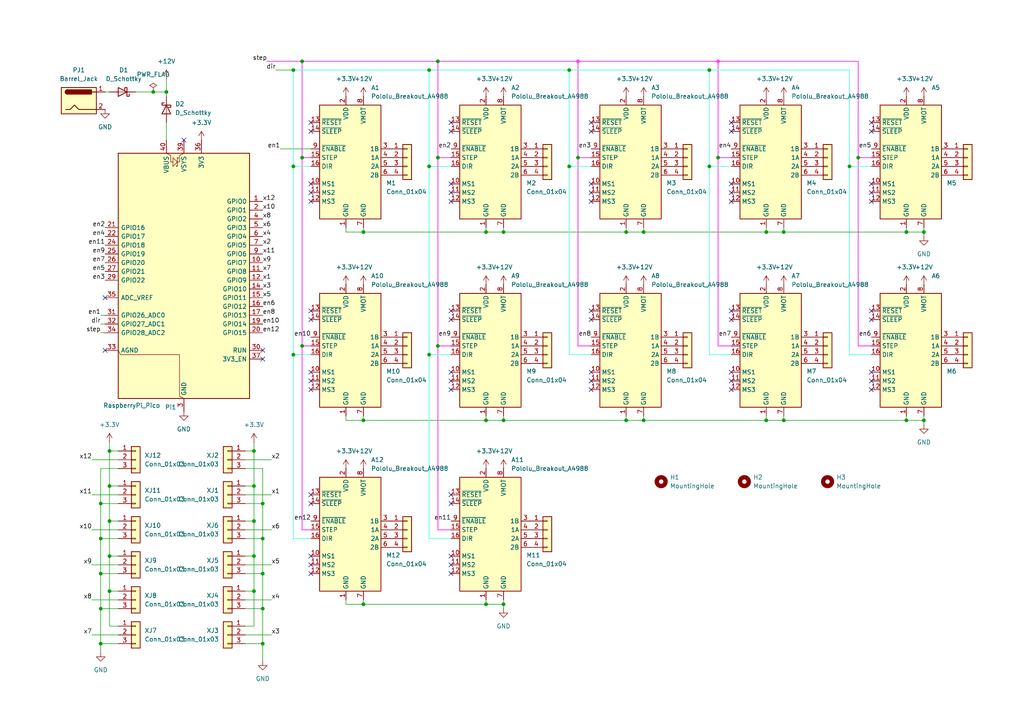
<source format=kicad_sch>
(kicad_sch (version 20231120) (generator "eeschema") (generator_version "8.0")
  (paper "A4")
  (lib_symbols
    (symbol "Connector:Barrel_Jack" (pin_names (offset 1.016))
      (property "Reference" "J" (at 0 5.334 0))
      (property "Value" "Barrel_Jack" (at 0 -5.08 0))
      (symbol "Barrel_Jack_1_1"
        (pin passive line (at 7.62 2.54 180) (length 2.54) (name "~") (number "1"))
        (pin passive line (at 7.62 -2.54 180) (length 2.54) (name "~") (number "2"))
      )
    )
    (symbol "Connector_Generic:Conn_01x03" (pin_names (offset 1.016) hide)
      (property "Reference" "J" (at 0 5.08 0))
      (property "Value" "Conn_01x03" (at 0 -5.08 0))
      (symbol "Conn_01x03_1_1"
        (pin passive line (at -5.08 2.54 0) (length 3.81) (name "Pin_1") (number "1"))
        (pin passive line (at -5.08 0 0) (length 3.81) (name "Pin_2") (number "2"))
        (pin passive line (at -5.08 -2.54 0) (length 3.81) (name "Pin_3") (number "3"))
      )
    )
    (symbol "Connector_Generic:Conn_01x04" (pin_names (offset 1.016) hide)
      (property "Reference" "J" (at 0 5.08 0))
      (property "Value" "Conn_01x04" (at 0 -7.62 0))
      (symbol "Conn_01x04_1_1"
        (pin passive line (at -5.08 2.54 0) (length 3.81) (name "Pin_1") (number "1"))
        (pin passive line (at -5.08 0 0) (length 3.81) (name "Pin_2") (number "2"))
        (pin passive line (at -5.08 -2.54 0) (length 3.81) (name "Pin_3") (number "3"))
        (pin passive line (at -5.08 -5.08 0) (length 3.81) (name "Pin_4") (number "4"))
      )
    )
    (symbol "Device:D_Schottky" (pin_numbers hide) (pin_names (offset 1.016) hide)
      (property "Reference" "D" (at 0 2.54 0))
      (property "Value" "D_Schottky" (at 0 -2.54 0))
      (symbol "D_Schottky_1_1"
        (pin passive line (at -3.81 0 0) (length 2.54) (name "K") (number "1"))
        (pin passive line (at 3.81 0 180) (length 2.54) (name "A") (number "2"))
      )
    )
    (symbol "Driver_Motor:Pololu_Breakout_A4988"
      (property "Reference" "A" (at -2.54 19.05 0))
      (property "Value" "Pololu_Breakout_A4988" (at -2.54 16.51 0))
      (symbol "Pololu_Breakout_A4988_1_1"
        (pin power_in line (at 0 -20.32 90) (length 2.54) (name "GND") (number "1"))
        (pin input line (at -10.16 -7.62 0) (length 2.54) (name "MS1") (number "10"))
        (pin input line (at -10.16 -10.16 0) (length 2.54) (name "MS2") (number "11"))
        (pin input line (at -10.16 -12.7 0) (length 2.54) (name "MS3") (number "12"))
        (pin input line (at -10.16 10.16 0) (length 2.54) (name "~{RESET}") (number "13"))
        (pin input line (at -10.16 7.62 0) (length 2.54) (name "~{SLEEP}") (number "14"))
        (pin input line (at -10.16 0 0) (length 2.54) (name "STEP") (number "15"))
        (pin input line (at -10.16 -2.54 0) (length 2.54) (name "DIR") (number "16"))
        (pin power_in line (at 0 17.78 270) (length 2.54) (name "VDD") (number "2"))
        (pin output line (at 12.7 2.54 180) (length 2.54) (name "1B") (number "3"))
        (pin output line (at 12.7 0 180) (length 2.54) (name "1A") (number "4"))
        (pin output line (at 12.7 -2.54 180) (length 2.54) (name "2A") (number "5"))
        (pin output line (at 12.7 -5.08 180) (length 2.54) (name "2B") (number "6"))
        (pin power_in line (at 5.08 -20.32 90) (length 2.54) (name "GND") (number "7"))
        (pin power_in line (at 5.08 17.78 270) (length 2.54) (name "VMOT") (number "8"))
        (pin input line (at -10.16 2.54 0) (length 2.54) (name "~{ENABLE}") (number "9"))
      )
    )
    (symbol "Mechanical:MountingHole" (pin_names (offset 1.016)) (exclude_from_sim yes) (in_bom no)
      (property "Reference" "H" (at 0 5.08 0))
      (property "Value" "MountingHole" (at 0 3.175 0))
    )
    (symbol "pico:RaspberryPi_Pico" (pin_names (offset 0.762))
      (property "Reference" "A" (at -19.05 38.1 0))
      (property "Value" "RaspberryPi_Pico" (at 7.62 38.1 0))
      (symbol "RaspberryPi_Pico_1_1"
        (pin bidirectional line (at -22.86 22.86 0) (length 3.81) (name "GPIO0") (number "1"))
        (pin bidirectional line (at -22.86 5.08 0) (length 3.81) (name "GPIO7") (number "10"))
        (pin bidirectional line (at -22.86 2.54 0) (length 3.81) (name "GPIO8") (number "11"))
        (pin bidirectional line (at -22.86 0 0) (length 3.81) (name "GPIO9") (number "12"))
        (pin passive line (at 0 -38.1 90) (length 3.81) hide (name "GND") (number "13"))
        (pin bidirectional line (at -22.86 -2.54 0) (length 3.81) (name "GPIO10") (number "14"))
        (pin bidirectional line (at -22.86 -5.08 0) (length 3.81) (name "GPIO11") (number "15"))
        (pin bidirectional line (at -22.86 -7.62 0) (length 3.81) (name "GPIO12") (number "16"))
        (pin bidirectional line (at -22.86 -10.16 0) (length 3.81) (name "GPIO13") (number "17"))
        (pin passive line (at 0 -38.1 90) (length 3.81) hide (name "GND") (number "18"))
        (pin bidirectional line (at -22.86 -12.7 0) (length 3.81) (name "GPIO14") (number "19"))
        (pin bidirectional line (at -22.86 20.32 0) (length 3.81) (name "GPIO1") (number "2"))
        (pin bidirectional line (at -22.86 -15.24 0) (length 3.81) (name "GPIO15") (number "20"))
        (pin bidirectional line (at 22.86 15.24 180) (length 3.81) (name "GPIO16") (number "21"))
        (pin bidirectional line (at 22.86 12.7 180) (length 3.81) (name "GPIO17") (number "22"))
        (pin passive line (at 0 -38.1 90) (length 3.81) hide (name "GND") (number "23"))
        (pin bidirectional line (at 22.86 10.16 180) (length 3.81) (name "GPIO18") (number "24"))
        (pin bidirectional line (at 22.86 7.62 180) (length 3.81) (name "GPIO19") (number "25"))
        (pin bidirectional line (at 22.86 5.08 180) (length 3.81) (name "GPIO20") (number "26"))
        (pin bidirectional line (at 22.86 2.54 180) (length 3.81) (name "GPIO21") (number "27"))
        (pin passive line (at 0 -38.1 90) (length 3.81) hide (name "GND") (number "28"))
        (pin bidirectional line (at 22.86 0 180) (length 3.81) (name "GPIO22") (number "29"))
        (pin power_out line (at 0 -38.1 90) (length 3.81) (name "GND") (number "3"))
        (pin input line (at -22.86 -20.32 0) (length 3.81) (name "RUN") (number "30"))
        (pin bidirectional line (at 22.86 -10.16 180) (length 3.81) (name "GPIO26_ADC0") (number "31"))
        (pin bidirectional line (at 22.86 -12.7 180) (length 3.81) (name "GPIO27_ADC1") (number "32"))
        (pin power_out line (at 22.86 -20.32 180) (length 3.81) (name "AGND") (number "33"))
        (pin bidirectional line (at 22.86 -15.24 180) (length 3.81) (name "GPIO28_ADC2") (number "34"))
        (pin power_in line (at 22.86 -5.08 180) (length 3.81) (name "ADC_VREF") (number "35"))
        (pin power_out line (at -5.08 40.64 270) (length 3.81) (name "3V3") (number "36"))
        (pin input line (at -22.86 -22.86 0) (length 3.81) (name "3V3_EN") (number "37"))
        (pin passive line (at 0 -38.1 90) (length 3.81) hide (name "GND") (number "38"))
        (pin power_in line (at 0 40.64 270) (length 3.81) (name "VSYS") (number "39"))
        (pin bidirectional line (at -22.86 17.78 0) (length 3.81) (name "GPIO2") (number "4"))
        (pin power_out line (at 5.08 40.64 270) (length 3.81) (name "VBUS") (number "40"))
        (pin bidirectional line (at -22.86 15.24 0) (length 3.81) (name "GPIO3") (number "5"))
        (pin bidirectional line (at -22.86 12.7 0) (length 3.81) (name "GPIO4") (number "6"))
        (pin bidirectional line (at -22.86 10.16 0) (length 3.81) (name "GPIO5") (number "7"))
        (pin passive line (at 0 -38.1 90) (length 3.81) hide (name "GND") (number "8"))
        (pin bidirectional line (at -22.86 7.62 0) (length 3.81) (name "GPIO6") (number "9"))
      )
    )
    (symbol "power:+12V" (power) (pin_numbers hide) (pin_names (offset 0) hide)
      (property "Value" "+12V" (at 0 3.556 0))
      (symbol "+12V_1_1"
        (pin power_in line (at 0 0 90) (length 0) (name "~") (number "1"))
      )
    )
    (symbol "power:+3.3V" (power) (pin_numbers hide) (pin_names (offset 0) hide)
      (property "Value" "+3.3V" (at 0 3.556 0))
      (symbol "+3.3V_1_1"
        (pin power_in line (at 0 0 90) (length 0) (name "~") (number "1"))
      )
    )
    (symbol "power:GND" (power) (pin_numbers hide) (pin_names (offset 0) hide)
      (property "Value" "GND" (at 0 -3.81 0))
      (symbol "GND_1_1"
        (pin power_in line (at 0 0 270) (length 0) (name "~") (number "1"))
      )
    )
    (symbol "power:PWR_FLAG" (power) (pin_numbers hide) (pin_names (offset 0) hide)
      (property "Value" "PWR_FLAG" (at 0 3.81 0))
      (symbol "PWR_FLAG_0_0"
        (pin power_out line (at 0 0 90) (length 0) (name "~") (number "1"))
      )
    )
  )
  (junction (at 85.09 102.87))
  (junction (at 29.21 156.21))
  (junction (at 227.33 67.31))
  (junction (at 227.33 121.92))
  (junction (at 73.66 161.29))
  (junction (at 31.75 171.45))
  (junction (at 140.97 67.31))
  (junction (at 76.2 176.53))
  (junction (at 222.25 67.31))
  (junction (at 105.41 67.31))
  (junction (at 105.41 121.92))
  (junction (at 165.1 48.26))
  (junction (at 186.69 67.31))
  (junction (at 267.97 121.92))
  (junction (at 246.38 48.26))
  (junction (at 127 100.33))
  (junction (at 85.09 20.32))
  (junction (at 124.46 48.26))
  (junction (at 76.2 166.37))
  (junction (at 48.26 26.67))
  (junction (at 76.2 186.69))
  (junction (at 29.21 186.69))
  (junction (at 181.61 67.31))
  (junction (at 73.66 171.45))
  (junction (at 222.25 121.92))
  (junction (at 29.21 176.53))
  (junction (at 105.41 175.26))
  (junction (at 73.66 130.81))
  (junction (at 76.2 146.05))
  (junction (at 87.63 45.72))
  (junction (at 85.09 48.26))
  (junction (at 205.74 48.26))
  (junction (at 262.89 67.31))
  (junction (at 140.97 121.92))
  (junction (at 205.74 20.32))
  (junction (at 31.75 161.29))
  (junction (at 76.2 156.21))
  (junction (at 124.46 20.32))
  (junction (at 167.64 17.78) (color 255 63 240 1))
  (junction (at 208.28 17.78) (color 255 63 240 1))
  (junction (at 73.66 140.97))
  (junction (at 73.66 151.13))
  (junction (at 208.28 45.72))
  (junction (at 165.1 20.32))
  (junction (at 140.97 175.26))
  (junction (at 124.46 102.87))
  (junction (at 44.45 26.67))
  (junction (at 267.97 67.31))
  (junction (at 181.61 121.92))
  (junction (at 146.05 121.92))
  (junction (at 146.05 175.26))
  (junction (at 186.69 121.92))
  (junction (at 127 17.78))
  (junction (at 87.63 17.78))
  (junction (at 248.92 45.72))
  (junction (at 262.89 121.92))
  (junction (at 127 45.72))
  (junction (at 31.75 140.97))
  (junction (at 29.21 166.37))
  (junction (at 167.64 45.72))
  (junction (at 146.05 67.31))
  (junction (at 29.21 146.05))
  (junction (at 87.63 100.33))
  (junction (at 31.75 130.81))
  (junction (at 31.75 151.13))
  (no_connect (at 130.81 107.95))
  (no_connect (at 212.09 90.17))
  (no_connect (at 90.17 92.71))
  (no_connect (at 212.09 92.71))
  (no_connect (at 130.81 55.88))
  (no_connect (at 90.17 166.37))
  (no_connect (at 30.48 101.6))
  (no_connect (at 252.73 35.56))
  (no_connect (at 171.45 55.88))
  (no_connect (at 252.73 38.1))
  (no_connect (at 171.45 53.34))
  (no_connect (at 130.81 58.42))
  (no_connect (at 171.45 113.03))
  (no_connect (at 90.17 113.03))
  (no_connect (at 252.73 58.42))
  (no_connect (at 90.17 161.29))
  (no_connect (at 252.73 92.71))
  (no_connect (at 171.45 38.1))
  (no_connect (at 212.09 58.42))
  (no_connect (at 212.09 38.1))
  (no_connect (at 90.17 38.1))
  (no_connect (at 130.81 166.37))
  (no_connect (at 171.45 35.56))
  (no_connect (at 30.48 86.36))
  (no_connect (at 130.81 146.05))
  (no_connect (at 171.45 58.42))
  (no_connect (at 171.45 92.71))
  (no_connect (at 252.73 110.49))
  (no_connect (at 130.81 143.51))
  (no_connect (at 212.09 110.49))
  (no_connect (at 252.73 107.95))
  (no_connect (at 90.17 58.42))
  (no_connect (at 212.09 35.56))
  (no_connect (at 90.17 107.95))
  (no_connect (at 76.2 104.14))
  (no_connect (at 212.09 55.88))
  (no_connect (at 130.81 163.83))
  (no_connect (at 90.17 90.17))
  (no_connect (at 90.17 146.05))
  (no_connect (at 171.45 90.17))
  (no_connect (at 90.17 143.51))
  (no_connect (at 130.81 110.49))
  (no_connect (at 90.17 110.49))
  (no_connect (at 130.81 35.56))
  (no_connect (at 90.17 35.56))
  (no_connect (at 130.81 161.29))
  (no_connect (at 76.2 101.6))
  (no_connect (at 130.81 113.03))
  (no_connect (at 252.73 53.34))
  (no_connect (at 252.73 90.17))
  (no_connect (at 252.73 55.88))
  (no_connect (at 130.81 90.17))
  (no_connect (at 212.09 107.95))
  (no_connect (at 130.81 53.34))
  (no_connect (at 53.34 40.64))
  (no_connect (at 90.17 55.88))
  (no_connect (at 212.09 113.03))
  (no_connect (at 171.45 110.49))
  (no_connect (at 130.81 38.1))
  (no_connect (at 90.17 53.34))
  (no_connect (at 130.81 92.71))
  (no_connect (at 90.17 163.83))
  (no_connect (at 252.73 113.03))
  (no_connect (at 171.45 107.95))
  (no_connect (at 212.09 53.34))
  (wire (pts (xy 181.61 121.92) (xy 181.61 120.65)))
  (wire (pts (xy 252.73 48.26) (xy 246.38 48.26)) (stroke (width 0.254) (color 99 255 230 1)))
  (wire (pts (xy 186.69 67.31) (xy 222.25 67.31)))
  (wire (pts (xy 34.29 133.35) (xy 26.67 133.35)))
  (wire (pts (xy 105.41 67.31) (xy 140.97 67.31)))
  (wire (pts (xy 71.12 143.51) (xy 78.74 143.51)))
  (wire (pts (xy 31.75 26.67) (xy 30.48 26.67)))
  (wire (pts (xy 146.05 121.92) (xy 146.05 120.65)))
  (wire (pts (xy 73.66 171.45) (xy 73.66 161.29)))
  (wire (pts (xy 90.17 156.21) (xy 85.09 156.21)) (stroke (width 0.254) (color 99 255 230 1)))
  (wire (pts (xy 31.75 171.45) (xy 34.29 171.45)))
  (wire (pts (xy 262.89 121.92) (xy 262.89 120.65)))
  (wire (pts (xy 100.33 67.31) (xy 100.33 66.04)))
  (wire (pts (xy 34.29 184.15) (xy 26.67 184.15)))
  (wire (pts (xy 31.75 151.13) (xy 34.29 151.13)))
  (wire (pts (xy 76.2 191.77) (xy 76.2 186.69)))
  (wire (pts (xy 29.21 96.52) (xy 30.48 96.52)))
  (wire (pts (xy 222.25 121.92) (xy 222.25 120.65)))
  (wire (pts (xy 87.63 17.78) (xy 127 17.78)) (stroke (width 0.254) (color 255 63 240 1)))
  (wire (pts (xy 34.29 153.67) (xy 26.67 153.67)))
  (wire (pts (xy 167.64 17.78) (xy 167.64 45.72)) (stroke (width 0.254) (color 255 63 240 1)))
  (wire (pts (xy 31.75 130.81) (xy 31.75 140.97)))
  (wire (pts (xy 127 100.33) (xy 130.81 100.33)) (stroke (width 0.254) (color 255 63 240 1)))
  (wire (pts (xy 208.28 100.33) (xy 212.09 100.33)) (stroke (width 0.254) (color 255 63 240 1)))
  (wire (pts (xy 85.09 20.32) (xy 85.09 48.26)) (stroke (width 0.254) (color 99 255 230 1)))
  (wire (pts (xy 146.05 67.31) (xy 181.61 67.31)))
  (wire (pts (xy 87.63 153.67) (xy 87.63 100.33)) (stroke (width 0.254) (color 255 63 240 1)))
  (wire (pts (xy 165.1 20.32) (xy 205.74 20.32)) (stroke (width 0.254) (color 99 255 230 1)))
  (wire (pts (xy 165.1 48.26) (xy 171.45 48.26)) (stroke (width 0.254) (color 99 255 230 1)))
  (wire (pts (xy 48.26 22.86) (xy 48.26 26.67)))
  (wire (pts (xy 31.75 181.61) (xy 34.29 181.61)))
  (wire (pts (xy 44.45 26.67) (xy 39.37 26.67)))
  (wire (pts (xy 208.28 17.78) (xy 208.28 45.72)) (stroke (width 0.254) (color 255 63 240 1)))
  (wire (pts (xy 29.21 186.69) (xy 34.29 186.69)))
  (wire (pts (xy 100.33 67.31) (xy 105.41 67.31)))
  (wire (pts (xy 76.2 186.69) (xy 76.2 176.53)))
  (wire (pts (xy 252.73 102.87) (xy 246.38 102.87)) (stroke (width 0.254) (color 99 255 230 1)))
  (wire (pts (xy 29.21 166.37) (xy 34.29 166.37)))
  (wire (pts (xy 127 45.72) (xy 127 100.33)) (stroke (width 0.254) (color 255 63 240 1)))
  (wire (pts (xy 140.97 67.31) (xy 140.97 66.04)))
  (wire (pts (xy 252.73 100.33) (xy 248.92 100.33)) (stroke (width 0.254) (color 255 63 240 1)))
  (wire (pts (xy 127 100.33) (xy 127 153.67)) (stroke (width 0.254) (color 255 63 240 1)))
  (wire (pts (xy 31.75 161.29) (xy 34.29 161.29)))
  (wire (pts (xy 31.75 140.97) (xy 31.75 151.13)))
  (wire (pts (xy 181.61 121.92) (xy 186.69 121.92)))
  (wire (pts (xy 267.97 121.92) (xy 267.97 123.19)))
  (wire (pts (xy 90.17 43.18) (xy 81.28 43.18)))
  (wire (pts (xy 262.89 67.31) (xy 267.97 67.31)))
  (wire (pts (xy 76.2 156.21) (xy 76.2 146.05)))
  (wire (pts (xy 100.33 175.26) (xy 100.33 173.99)))
  (wire (pts (xy 100.33 121.92) (xy 105.41 121.92)))
  (wire (pts (xy 167.64 45.72) (xy 167.64 100.33)) (stroke (width 0.254) (color 255 63 240 1)))
  (wire (pts (xy 100.33 175.26) (xy 105.41 175.26)))
  (wire (pts (xy 85.09 48.26) (xy 90.17 48.26)) (stroke (width 0.254) (color 99 255 230 1)))
  (wire (pts (xy 71.12 153.67) (xy 78.74 153.67)))
  (wire (pts (xy 31.75 151.13) (xy 31.75 161.29)))
  (wire (pts (xy 31.75 140.97) (xy 34.29 140.97)))
  (wire (pts (xy 48.26 26.67) (xy 44.45 26.67)))
  (wire (pts (xy 85.09 102.87) (xy 90.17 102.87)) (stroke (width 0.254) (color 99 255 230 1)))
  (wire (pts (xy 34.29 135.89) (xy 29.21 135.89)))
  (wire (pts (xy 186.69 67.31) (xy 186.69 66.04)))
  (wire (pts (xy 71.12 146.05) (xy 76.2 146.05)))
  (wire (pts (xy 73.66 151.13) (xy 73.66 140.97)))
  (wire (pts (xy 227.33 121.92) (xy 262.89 121.92)))
  (wire (pts (xy 124.46 20.32) (xy 165.1 20.32)) (stroke (width 0.254) (color 99 255 230 1)))
  (wire (pts (xy 124.46 48.26) (xy 130.81 48.26)) (stroke (width 0.254) (color 99 255 230 1)))
  (wire (pts (xy 71.12 176.53) (xy 76.2 176.53)))
  (wire (pts (xy 87.63 45.72) (xy 90.17 45.72)) (stroke (width 0.254) (color 255 63 240 1)))
  (wire (pts (xy 227.33 121.92) (xy 227.33 120.65)))
  (wire (pts (xy 167.64 17.78) (xy 208.28 17.78)) (stroke (width 0.254) (color 255 63 240 1)))
  (wire (pts (xy 124.46 48.26) (xy 124.46 102.87)) (stroke (width 0.254) (color 99 255 230 1)))
  (wire (pts (xy 77.47 17.78) (xy 87.63 17.78)) (stroke (width 0.254) (color 255 63 240 1)))
  (wire (pts (xy 87.63 100.33) (xy 90.17 100.33)) (stroke (width 0.254) (color 255 63 240 1)))
  (wire (pts (xy 205.74 20.32) (xy 205.74 48.26)) (stroke (width 0.254) (color 99 255 230 1)))
  (wire (pts (xy 73.66 140.97) (xy 73.66 130.81)))
  (wire (pts (xy 76.2 166.37) (xy 76.2 156.21)))
  (wire (pts (xy 248.92 45.72) (xy 252.73 45.72)) (stroke (width 0.254) (color 255 63 240 1)))
  (wire (pts (xy 267.97 67.31) (xy 267.97 68.58)))
  (wire (pts (xy 73.66 181.61) (xy 73.66 171.45)))
  (wire (pts (xy 248.92 17.78) (xy 248.92 45.72)) (stroke (width 0.254) (color 255 63 240 1)))
  (wire (pts (xy 262.89 121.92) (xy 267.97 121.92)))
  (wire (pts (xy 71.12 156.21) (xy 76.2 156.21)))
  (wire (pts (xy 127 17.78) (xy 127 45.72)) (stroke (width 0.254) (color 255 63 240 1)))
  (wire (pts (xy 29.21 146.05) (xy 29.21 156.21)))
  (wire (pts (xy 29.21 156.21) (xy 29.21 166.37)))
  (wire (pts (xy 34.29 173.99) (xy 26.67 173.99)))
  (wire (pts (xy 127 17.78) (xy 167.64 17.78)) (stroke (width 0.254) (color 255 63 240 1)))
  (wire (pts (xy 205.74 102.87) (xy 212.09 102.87)) (stroke (width 0.254) (color 99 255 230 1)))
  (wire (pts (xy 48.26 27.94) (xy 48.26 26.67)))
  (wire (pts (xy 222.25 121.92) (xy 227.33 121.92)))
  (wire (pts (xy 127 45.72) (xy 130.81 45.72)) (stroke (width 0.254) (color 255 63 240 1)))
  (wire (pts (xy 124.46 102.87) (xy 130.81 102.87)) (stroke (width 0.254) (color 99 255 230 1)))
  (wire (pts (xy 29.21 91.44) (xy 30.48 91.44)))
  (wire (pts (xy 105.41 175.26) (xy 105.41 173.99)))
  (wire (pts (xy 205.74 48.26) (xy 205.74 102.87)) (stroke (width 0.254) (color 99 255 230 1)))
  (wire (pts (xy 205.74 20.32) (xy 246.38 20.32)) (stroke (width 0.254) (color 99 255 230 1)))
  (wire (pts (xy 181.61 67.31) (xy 186.69 67.31)))
  (wire (pts (xy 267.97 121.92) (xy 267.97 120.65)))
  (wire (pts (xy 71.12 130.81) (xy 73.66 130.81)))
  (wire (pts (xy 246.38 48.26) (xy 246.38 20.32)) (stroke (width 0.254) (color 99 255 230 1)))
  (wire (pts (xy 48.26 35.56) (xy 48.26 40.64)))
  (wire (pts (xy 71.12 181.61) (xy 73.66 181.61)))
  (wire (pts (xy 87.63 17.78) (xy 87.63 45.72)) (stroke (width 0.254) (color 255 63 240 1)))
  (wire (pts (xy 29.21 166.37) (xy 29.21 176.53)))
  (wire (pts (xy 85.09 156.21) (xy 85.09 102.87)) (stroke (width 0.254) (color 99 255 230 1)))
  (wire (pts (xy 167.64 100.33) (xy 171.45 100.33)) (stroke (width 0.254) (color 255 63 240 1)))
  (wire (pts (xy 71.12 171.45) (xy 73.66 171.45)))
  (wire (pts (xy 167.64 45.72) (xy 171.45 45.72)) (stroke (width 0.254) (color 255 63 240 1)))
  (wire (pts (xy 31.75 171.45) (xy 31.75 181.61)))
  (wire (pts (xy 29.21 146.05) (xy 34.29 146.05)))
  (wire (pts (xy 71.12 151.13) (xy 73.66 151.13)))
  (wire (pts (xy 186.69 121.92) (xy 186.69 120.65)))
  (wire (pts (xy 29.21 186.69) (xy 29.21 189.23)))
  (wire (pts (xy 87.63 45.72) (xy 87.63 100.33)) (stroke (width 0.254) (color 255 63 240 1)))
  (wire (pts (xy 146.05 175.26) (xy 146.05 173.99)))
  (wire (pts (xy 165.1 102.87) (xy 171.45 102.87)) (stroke (width 0.254) (color 99 255 230 1)))
  (wire (pts (xy 90.17 153.67) (xy 87.63 153.67)) (stroke (width 0.254) (color 255 63 240 1)))
  (wire (pts (xy 124.46 156.21) (xy 130.81 156.21)) (stroke (width 0.254) (color 99 255 230 1)))
  (wire (pts (xy 71.12 166.37) (xy 76.2 166.37)))
  (wire (pts (xy 140.97 121.92) (xy 146.05 121.92)))
  (wire (pts (xy 165.1 48.26) (xy 165.1 102.87)) (stroke (width 0.254) (color 99 255 230 1)))
  (wire (pts (xy 105.41 121.92) (xy 140.97 121.92)))
  (wire (pts (xy 71.12 173.99) (xy 78.74 173.99)))
  (wire (pts (xy 105.41 121.92) (xy 105.41 120.65)))
  (wire (pts (xy 140.97 121.92) (xy 140.97 120.65)))
  (wire (pts (xy 73.66 161.29) (xy 73.66 151.13)))
  (wire (pts (xy 31.75 161.29) (xy 31.75 171.45)))
  (wire (pts (xy 29.21 135.89) (xy 29.21 146.05)))
  (wire (pts (xy 140.97 175.26) (xy 146.05 175.26)))
  (wire (pts (xy 227.33 67.31) (xy 227.33 66.04)))
  (wire (pts (xy 208.28 17.78) (xy 248.92 17.78)) (stroke (width 0.254) (color 255 63 240 1)))
  (wire (pts (xy 105.41 67.31) (xy 105.41 66.04)))
  (wire (pts (xy 76.2 176.53) (xy 76.2 166.37)))
  (wire (pts (xy 146.05 176.53) (xy 146.05 175.26)))
  (wire (pts (xy 71.12 184.15) (xy 78.74 184.15)))
  (wire (pts (xy 31.75 128.27) (xy 31.75 130.81)))
  (wire (pts (xy 181.61 67.31) (xy 181.61 66.04)))
  (wire (pts (xy 186.69 121.92) (xy 222.25 121.92)))
  (wire (pts (xy 248.92 45.72) (xy 248.92 100.33)) (stroke (width 0.254) (color 255 63 240 1)))
  (wire (pts (xy 205.74 48.26) (xy 212.09 48.26)) (stroke (width 0.254) (color 99 255 230 1)))
  (wire (pts (xy 29.21 176.53) (xy 34.29 176.53)))
  (wire (pts (xy 73.66 128.27) (xy 73.66 130.81)))
  (wire (pts (xy 124.46 20.32) (xy 124.46 48.26)) (stroke (width 0.254) (color 99 255 230 1)))
  (wire (pts (xy 105.41 175.26) (xy 140.97 175.26)))
  (wire (pts (xy 222.25 67.31) (xy 222.25 66.04)))
  (wire (pts (xy 71.12 140.97) (xy 73.66 140.97)))
  (wire (pts (xy 246.38 48.26) (xy 246.38 102.87)) (stroke (width 0.254) (color 99 255 230 1)))
  (wire (pts (xy 71.12 186.69) (xy 76.2 186.69)))
  (wire (pts (xy 71.12 135.89) (xy 76.2 135.89)))
  (wire (pts (xy 208.28 45.72) (xy 208.28 100.33)) (stroke (width 0.254) (color 255 63 240 1)))
  (wire (pts (xy 227.33 67.31) (xy 262.89 67.31)))
  (wire (pts (xy 29.21 93.98) (xy 30.48 93.98)))
  (wire (pts (xy 76.2 135.89) (xy 76.2 146.05)))
  (wire (pts (xy 165.1 20.32) (xy 165.1 48.26)) (stroke (width 0.254) (color 99 255 230 1)))
  (wire (pts (xy 29.21 176.53) (xy 29.21 186.69)))
  (wire (pts (xy 262.89 67.31) (xy 262.89 66.04)))
  (wire (pts (xy 34.29 130.81) (xy 31.75 130.81)))
  (wire (pts (xy 85.09 20.32) (xy 124.46 20.32)) (stroke (width 0.254) (color 99 255 230 1)))
  (wire (pts (xy 140.97 175.26) (xy 140.97 173.99)))
  (wire (pts (xy 85.09 48.26) (xy 85.09 102.87)) (stroke (width 0.254) (color 99 255 230 1)))
  (wire (pts (xy 222.25 67.31) (xy 227.33 67.31)))
  (wire (pts (xy 146.05 67.31) (xy 146.05 66.04)))
  (wire (pts (xy 100.33 121.92) (xy 100.33 120.65)))
  (wire (pts (xy 208.28 45.72) (xy 212.09 45.72)) (stroke (width 0.254) (color 255 63 240 1)))
  (wire (pts (xy 29.21 156.21) (xy 34.29 156.21)))
  (wire (pts (xy 140.97 67.31) (xy 146.05 67.31)))
  (wire (pts (xy 127 153.67) (xy 130.81 153.67)) (stroke (width 0.254) (color 255 63 240 1)))
  (wire (pts (xy 71.12 133.35) (xy 78.74 133.35)))
  (wire (pts (xy 71.12 161.29) (xy 73.66 161.29)))
  (wire (pts (xy 71.12 163.83) (xy 78.74 163.83)))
  (wire (pts (xy 34.29 163.83) (xy 26.67 163.83)))
  (wire (pts (xy 267.97 66.04) (xy 267.97 67.31)))
  (wire (pts (xy 124.46 102.87) (xy 124.46 156.21)) (stroke (width 0.254) (color 99 255 230 1)))
  (wire (pts (xy 80.01 20.32) (xy 85.09 20.32)))
  (wire (pts (xy 146.05 121.92) (xy 181.61 121.92)))
  (wire (pts (xy 34.29 143.51) (xy 26.67 143.51)))
  (label "en5" (at 252.73 43.18 180))
  (label "x1" (at 76.2 81.28 0))
  (label "dir" (at 29.21 93.98 180))
  (label "en6" (at 76.2 88.9 0))
  (label "en9" (at 30.48 73.66 180))
  (label "en2" (at 30.48 66.04 180))
  (label "step" (at 29.21 96.52 180))
  (label "x2" (at 76.2 71.12 0))
  (label "en10" (at 76.2 93.98 0))
  (label "x8" (at 26.67 173.99 180))
  (label "en12" (at 90.17 151.13 180))
  (label "x10" (at 26.67 153.67 180))
  (label "en1" (at 29.21 91.44 180))
  (label "en7" (at 212.09 97.79 180))
  (label "x9" (at 76.2 76.2 0))
  (label "en6" (at 252.73 97.79 180))
  (label "x3" (at 76.2 83.82 0))
  (label "x7" (at 26.67 184.15 180))
  (label "x6" (at 78.74 153.67 0))
  (label "en11" (at 130.81 151.13 180))
  (label "x1" (at 78.74 143.51 0))
  (label "en4" (at 212.09 43.18 180))
  (label "en8" (at 171.45 97.79 180))
  (label "x10" (at 76.2 60.96 0))
  (label "x3" (at 78.74 184.15 0))
  (label "dir" (at 80.01 20.32 180))
  (label "step" (at 77.47 17.78 180))
  (label "x9" (at 26.67 163.83 180))
  (label "en4" (at 30.48 68.58 180))
  (label "x5" (at 78.74 163.83 0))
  (label "x12" (at 76.2 58.42 0))
  (label "x11" (at 76.2 73.66 0))
  (label "en2" (at 130.81 43.18 180))
  (label "en11" (at 30.48 71.12 180))
  (label "x7" (at 76.2 78.74 0))
  (label "x12" (at 26.67 133.35 180))
  (label "x6" (at 76.2 66.04 0))
  (label "x11" (at 26.67 143.51 180))
  (label "en8" (at 76.2 91.44 0))
  (label "en9" (at 130.81 97.79 180))
  (label "en12" (at 76.2 96.52 0))
  (label "en3" (at 171.45 43.18 180))
  (label "x4" (at 76.2 68.58 0))
  (label "en1" (at 81.28 43.18 180))
  (label "x5" (at 76.2 86.36 0))
  (label "en7" (at 30.48 76.2 180))
  (label "x2" (at 78.74 133.35 0))
  (label "en3" (at 30.48 81.28 180))
  (label "en10" (at 90.17 97.79 180))
  (label "x4" (at 78.74 173.99 0))
  (label "en5" (at 30.48 78.74 180))
  (label "x8" (at 76.2 63.5 0))
  (symbol (lib_id "Connector_Generic:Conn_01x03") (at 39.37 143.51 0) (unit 1)
    (property "Reference" "XJ11" (at 41.91 142.2399 0) (effects (justify left)))
    (property "Value" "Conn_01x03" (at 41.91 144.7799 0) (effects (justify left)))
    (property "Footprint" "Connector_PinHeader_2.54mm:PinHeader_1x03_P2.54mm_Vertical" (effects (hide yes)))
    (property "Description" "Generic connector, single row, 01x03, script generated (kicad-library-utils/schlib/autogen/connector/)" (effects (hide yes)))
  )
  (symbol (lib_id "Driver_Motor:Pololu_Breakout_A4988") (at 222.25 45.72 0) (unit 1)
    (property "Reference" "A4" (at 229.5241 25.4 0) (effects (justify left)))
    (property "Value" "Pololu_Breakout_A4988" (at 229.5241 27.94 0) (effects (justify left)))
    (property "Footprint" "Module:Pololu_Breakout-16_15.2x20.3mm" (effects (hide yes)))
    (property "Datasheet" "https://www.pololu.com/product/2980/pictures" (effects (hide yes)))
    (property "Description" "Pololu Breakout Board, Stepper Driver A4988" (effects (hide yes)))
  )
  (symbol (lib_id "Driver_Motor:Pololu_Breakout_A4988") (at 100.33 100.33 0) (unit 1)
    (property "Reference" "A10" (at 107.6041 80.01 0) (effects (justify left)))
    (property "Value" "Pololu_Breakout_A4988" (at 107.6041 82.55 0) (effects (justify left)))
    (property "Footprint" "Module:Pololu_Breakout-16_15.2x20.3mm" (effects (hide yes)))
    (property "Datasheet" "https://www.pololu.com/product/2980/pictures" (effects (hide yes)))
    (property "Description" "Pololu Breakout Board, Stepper Driver A4988" (effects (hide yes)))
  )
  (symbol (lib_id "power:+3.3V") (at 140.97 82.55 0) (unit 1)
    (property "Reference" "#PWR016" (effects (hide yes)))
    (property "Value" "+3.3V" (at 140.97 77.47 0))
    (property "Description" "Power symbol creates a global label with name \"+3.3V\"" (effects (hide yes)))
  )
  (symbol (lib_id "Connector_Generic:Conn_01x04") (at 280.67 45.72 0) (unit 1)
    (property "Reference" "M5" (at 274.574 53.086 0) (effects (justify left)))
    (property "Value" "Conn_01x04" (effects (hide yes)))
    (property "Footprint" "Connector_PinHeader_2.54mm:PinHeader_1x04_P2.54mm_Vertical" (effects (hide yes)))
    (property "Description" "Generic connector, single row, 01x04, script generated (kicad-library-utils/schlib/autogen/connector/)" (effects (hide yes)))
  )
  (symbol (lib_id "Mechanical:MountingHole") (at 240.03 139.7 0) (unit 1) (exclude_from_sim yes) (in_bom no)
    (property "Reference" "H3" (at 242.57 138.4299 0) (effects (justify left)))
    (property "Value" "MountingHole" (at 242.57 140.9699 0) (effects (justify left)))
    (property "Footprint" "MountingHole:MountingHole_3.2mm_M3" (effects (hide yes)))
    (property "Description" "Mounting Hole without connection" (effects (hide yes)))
  )
  (symbol (lib_id "power:+12V") (at 146.05 27.94 0) (unit 1)
    (property "Reference" "#PWR018" (effects (hide yes)))
    (property "Value" "+12V" (at 146.05 22.86 0))
    (property "Description" "Power symbol creates a global label with name \"+12V\"" (effects (hide yes)))
  )
  (symbol (lib_id "Connector_Generic:Conn_01x03") (at 66.04 133.35 0) (mirror y) (unit 1)
    (property "Reference" "XJ2" (at 63.5 132.0799 0) (effects (justify left)))
    (property "Value" "Conn_01x03" (at 63.5 134.6199 0) (effects (justify left)))
    (property "Footprint" "Connector_PinHeader_2.54mm:PinHeader_1x03_P2.54mm_Vertical" (effects (hide yes)))
    (property "Description" "Generic connector, single row, 01x03, script generated (kicad-library-utils/schlib/autogen/connector/)" (effects (hide yes)))
  )
  (symbol (lib_id "Driver_Motor:Pololu_Breakout_A4988") (at 262.89 45.72 0) (unit 1)
    (property "Reference" "A5" (at 270.1641 25.4 0) (effects (justify left)))
    (property "Value" "Pololu_Breakout_A4988" (effects (hide yes)))
    (property "Footprint" "Module:Pololu_Breakout-16_15.2x20.3mm" (effects (hide yes)))
    (property "Datasheet" "https://www.pololu.com/product/2980/pictures" (effects (hide yes)))
    (property "Description" "Pololu Breakout Board, Stepper Driver A4988" (effects (hide yes)))
  )
  (symbol (lib_id "power:PWR_FLAG") (at 44.45 26.67 0) (unit 1)
    (property "Reference" "#FLG01" (effects (hide yes)))
    (property "Value" "PWR_FLAG" (at 44.45 21.59 0))
    (property "Description" "Special symbol for telling ERC where power comes from" (effects (hide yes)))
  )
  (symbol (lib_id "Driver_Motor:Pololu_Breakout_A4988") (at 262.89 100.33 0) (unit 1)
    (property "Reference" "A6" (at 270.1641 80.01 0) (effects (justify left)))
    (property "Value" "Pololu_Breakout_A4988" (effects (hide yes)))
    (property "Footprint" "Module:Pololu_Breakout-16_15.2x20.3mm" (effects (hide yes)))
    (property "Datasheet" "https://www.pololu.com/product/2980/pictures" (effects (hide yes)))
    (property "Description" "Pololu Breakout Board, Stepper Driver A4988" (effects (hide yes)))
  )
  (symbol (lib_id "Driver_Motor:Pololu_Breakout_A4988") (at 140.97 45.72 0) (unit 1)
    (property "Reference" "A2" (at 148.2441 25.4 0) (effects (justify left)))
    (property "Value" "Pololu_Breakout_A4988" (at 148.2441 27.94 0) (effects (justify left)))
    (property "Footprint" "Module:Pololu_Breakout-16_15.2x20.3mm" (effects (hide yes)))
    (property "Datasheet" "https://www.pololu.com/product/2980/pictures" (effects (hide yes)))
    (property "Description" "Pololu Breakout Board, Stepper Driver A4988" (effects (hide yes)))
  )
  (symbol (lib_id "Connector_Generic:Conn_01x04") (at 199.39 45.72 0) (unit 1)
    (property "Reference" "M3" (at 193.294 53.086 0) (effects (justify left)))
    (property "Value" "Conn_01x04" (at 193.294 55.626 0) (effects (justify left)))
    (property "Footprint" "Connector_PinHeader_2.54mm:PinHeader_1x04_P2.54mm_Vertical" (effects (hide yes)))
    (property "Description" "Generic connector, single row, 01x04, script generated (kicad-library-utils/schlib/autogen/connector/)" (effects (hide yes)))
  )
  (symbol (lib_id "power:+12V") (at 105.41 27.94 0) (unit 1)
    (property "Reference" "#PWR012" (effects (hide yes)))
    (property "Value" "+12V" (at 105.41 22.86 0))
    (property "Description" "Power symbol creates a global label with name \"+12V\"" (effects (hide yes)))
  )
  (symbol (lib_id "Connector_Generic:Conn_01x03") (at 39.37 173.99 0) (unit 1)
    (property "Reference" "XJ8" (at 41.91 172.7199 0) (effects (justify left)))
    (property "Value" "Conn_01x03" (at 41.91 175.2599 0) (effects (justify left)))
    (property "Footprint" "Connector_PinHeader_2.54mm:PinHeader_1x03_P2.54mm_Vertical" (effects (hide yes)))
    (property "Description" "Generic connector, single row, 01x03, script generated (kicad-library-utils/schlib/autogen/connector/)" (effects (hide yes)))
  )
  (symbol (lib_id "power:+3.3V") (at 181.61 27.94 0) (unit 1)
    (property "Reference" "#PWR022" (effects (hide yes)))
    (property "Value" "+3.3V" (at 181.61 22.86 0))
    (property "Description" "Power symbol creates a global label with name \"+3.3V\"" (effects (hide yes)))
  )
  (symbol (lib_id "power:+3.3V") (at 222.25 27.94 0) (unit 1)
    (property "Reference" "#PWR026" (effects (hide yes)))
    (property "Value" "+3.3V" (at 222.25 22.86 0))
    (property "Description" "Power symbol creates a global label with name \"+3.3V\"" (effects (hide yes)))
  )
  (symbol (lib_id "Driver_Motor:Pololu_Breakout_A4988") (at 140.97 100.33 0) (unit 1)
    (property "Reference" "A9" (at 148.2441 80.01 0) (effects (justify left)))
    (property "Value" "Pololu_Breakout_A4988" (at 148.2441 82.55 0) (effects (justify left)))
    (property "Footprint" "Module:Pololu_Breakout-16_15.2x20.3mm" (effects (hide yes)))
    (property "Datasheet" "https://www.pololu.com/product/2980/pictures" (effects (hide yes)))
    (property "Description" "Pololu Breakout Board, Stepper Driver A4988" (effects (hide yes)))
  )
  (symbol (lib_id "Driver_Motor:Pololu_Breakout_A4988") (at 222.25 100.33 0) (unit 1)
    (property "Reference" "A7" (at 229.5241 80.01 0) (effects (justify left)))
    (property "Value" "Pololu_Breakout_A4988" (at 229.5241 82.55 0) (effects (justify left)))
    (property "Footprint" "Module:Pololu_Breakout-16_15.2x20.3mm" (effects (hide yes)))
    (property "Datasheet" "https://www.pololu.com/product/2980/pictures" (effects (hide yes)))
    (property "Description" "Pololu Breakout Board, Stepper Driver A4988" (effects (hide yes)))
  )
  (symbol (lib_id "Driver_Motor:Pololu_Breakout_A4988") (at 100.33 45.72 0) (unit 1)
    (property "Reference" "A1" (at 107.6041 25.4 0) (effects (justify left)))
    (property "Value" "Pololu_Breakout_A4988" (at 107.6041 27.94 0) (effects (justify left)))
    (property "Footprint" "Module:Pololu_Breakout-16_15.2x20.3mm" (effects (hide yes)))
    (property "Datasheet" "https://www.pololu.com/product/2980/pictures" (effects (hide yes)))
    (property "Description" "Pololu Breakout Board, Stepper Driver A4988" (effects (hide yes)))
  )
  (symbol (lib_id "Connector_Generic:Conn_01x03") (at 39.37 153.67 0) (unit 1)
    (property "Reference" "XJ10" (at 41.91 152.3999 0) (effects (justify left)))
    (property "Value" "Conn_01x03" (at 41.91 154.9399 0) (effects (justify left)))
    (property "Footprint" "Connector_PinHeader_2.54mm:PinHeader_1x03_P2.54mm_Vertical" (effects (hide yes)))
    (property "Description" "Generic connector, single row, 01x03, script generated (kicad-library-utils/schlib/autogen/connector/)" (effects (hide yes)))
  )
  (symbol (lib_id "power:+12V") (at 105.41 135.89 0) (unit 1)
    (property "Reference" "#PWR014" (effects (hide yes)))
    (property "Value" "+12V" (at 105.41 130.81 0))
    (property "Description" "Power symbol creates a global label with name \"+12V\"" (effects (hide yes)))
  )
  (symbol (lib_id "Device:D_Schottky") (at 35.56 26.67 180) (unit 1)
    (property "Reference" "D1" (at 35.8775 20.32 0))
    (property "Value" "D_Schottky" (at 35.8775 22.86 0))
    (property "Footprint" "Diode_SMD:D_SMA" (effects (hide yes)))
    (property "Description" "Schottky diode" (effects (hide yes)))
  )
  (symbol (lib_id "Mechanical:MountingHole") (at 191.77 139.7 0) (unit 1) (exclude_from_sim yes) (in_bom no)
    (property "Reference" "H1" (at 194.31 138.4299 0) (effects (justify left)))
    (property "Value" "MountingHole" (at 194.31 140.9699 0) (effects (justify left)))
    (property "Footprint" "MountingHole:MountingHole_3.2mm_M3" (effects (hide yes)))
    (property "Description" "Mounting Hole without connection" (effects (hide yes)))
  )
  (symbol (lib_id "power:GND") (at 53.34 119.38 0) (mirror y) (unit 1)
    (property "Reference" "#PWR05" (effects (hide yes)))
    (property "Value" "GND" (at 53.34 124.46 0))
    (property "Description" "Power symbol creates a global label with name \"GND\" , ground" (effects (hide yes)))
  )
  (symbol (lib_id "Connector_Generic:Conn_01x04") (at 118.11 153.67 0) (unit 1)
    (property "Reference" "M12" (at 112.014 161.036 0) (effects (justify left)))
    (property "Value" "Conn_01x04" (at 112.014 163.576 0) (effects (justify left)))
    (property "Footprint" "Connector_PinHeader_2.54mm:PinHeader_1x04_P2.54mm_Vertical" (effects (hide yes)))
    (property "Description" "Generic connector, single row, 01x04, script generated (kicad-library-utils/schlib/autogen/connector/)" (effects (hide yes)))
  )
  (symbol (lib_id "Connector_Generic:Conn_01x03") (at 66.04 173.99 0) (mirror y) (unit 1)
    (property "Reference" "XJ4" (at 63.5 172.7199 0) (effects (justify left)))
    (property "Value" "Conn_01x03" (at 63.5 175.2599 0) (effects (justify left)))
    (property "Footprint" "Connector_PinHeader_2.54mm:PinHeader_1x03_P2.54mm_Vertical" (effects (hide yes)))
    (property "Description" "Generic connector, single row, 01x03, script generated (kicad-library-utils/schlib/autogen/connector/)" (effects (hide yes)))
  )
  (symbol (lib_id "Driver_Motor:Pololu_Breakout_A4988") (at 140.97 153.67 0) (unit 1)
    (property "Reference" "A11" (at 148.2441 133.35 0) (effects (justify left)))
    (property "Value" "Pololu_Breakout_A4988" (at 148.2441 135.89 0) (effects (justify left)))
    (property "Footprint" "Module:Pololu_Breakout-16_15.2x20.3mm" (effects (hide yes)))
    (property "Datasheet" "https://www.pololu.com/product/2980/pictures" (effects (hide yes)))
    (property "Description" "Pololu Breakout Board, Stepper Driver A4988" (effects (hide yes)))
  )
  (symbol (lib_id "Connector:Barrel_Jack") (at 22.86 29.21 0) (unit 1)
    (property "Reference" "PJ1" (at 22.86 20.32 0))
    (property "Value" "Barrel_Jack" (at 22.86 22.86 0))
    (property "Footprint" "Connector_BarrelJack:BarrelJack_CUI_PJ-063AH_Horizontal" (effects (hide yes)))
    (property "Description" "DC Barrel Jack" (effects (hide yes)))
  )
  (symbol (lib_id "Connector_Generic:Conn_01x04") (at 280.67 100.33 0) (unit 1)
    (property "Reference" "M6" (at 274.574 107.696 0) (effects (justify left)))
    (property "Value" "Conn_01x04" (effects (hide yes)))
    (property "Footprint" "Connector_PinHeader_2.54mm:PinHeader_1x04_P2.54mm_Vertical" (effects (hide yes)))
    (property "Description" "Generic connector, single row, 01x04, script generated (kicad-library-utils/schlib/autogen/connector/)" (effects (hide yes)))
  )
  (symbol (lib_id "power:GND") (at 146.05 176.53 0) (unit 1)
    (property "Reference" "#PWR021" (effects (hide yes)))
    (property "Value" "GND" (at 146.05 181.61 0))
    (property "Description" "Power symbol creates a global label with name \"GND\" , ground" (effects (hide yes)))
  )
  (symbol (lib_id "Connector_Generic:Conn_01x04") (at 240.03 45.72 0) (unit 1)
    (property "Reference" "M4" (at 233.934 53.086 0) (effects (justify left)))
    (property "Value" "Conn_01x04" (at 233.934 55.626 0) (effects (justify left)))
    (property "Footprint" "Connector_PinHeader_2.54mm:PinHeader_1x04_P2.54mm_Vertical" (effects (hide yes)))
    (property "Description" "Generic connector, single row, 01x04, script generated (kicad-library-utils/schlib/autogen/connector/)" (effects (hide yes)))
  )
  (symbol (lib_id "Connector_Generic:Conn_01x04") (at 118.11 45.72 0) (unit 1)
    (property "Reference" "M1" (at 112.014 53.086 0) (effects (justify left)))
    (property "Value" "Conn_01x04" (at 112.014 55.626 0) (effects (justify left)))
    (property "Footprint" "Connector_PinHeader_2.54mm:PinHeader_1x04_P2.54mm_Vertical" (effects (hide yes)))
    (property "Description" "Generic connector, single row, 01x04, script generated (kicad-library-utils/schlib/autogen/connector/)" (effects (hide yes)))
  )
  (symbol (lib_id "power:+3.3V") (at 140.97 135.89 0) (unit 1)
    (property "Reference" "#PWR017" (effects (hide yes)))
    (property "Value" "+3.3V" (at 140.97 130.81 0))
    (property "Description" "Power symbol creates a global label with name \"+3.3V\"" (effects (hide yes)))
  )
  (symbol (lib_id "power:+12V") (at 227.33 27.94 0) (unit 1)
    (property "Reference" "#PWR028" (effects (hide yes)))
    (property "Value" "+12V" (at 227.33 22.86 0))
    (property "Description" "Power symbol creates a global label with name \"+12V\"" (effects (hide yes)))
  )
  (symbol (lib_id "power:+3.3V") (at 31.75 128.27 0) (mirror y) (unit 1)
    (property "Reference" "#PWR03" (effects (hide yes)))
    (property "Value" "+3.3V" (at 31.75 123.19 0))
    (property "Description" "Power symbol creates a global label with name \"+3.3V\"" (effects (hide yes)))
  )
  (symbol (lib_id "Connector_Generic:Conn_01x03") (at 66.04 163.83 0) (mirror y) (unit 1)
    (property "Reference" "XJ5" (at 63.5 162.5599 0) (effects (justify left)))
    (property "Value" "Conn_01x03" (at 63.5 165.0999 0) (effects (justify left)))
    (property "Footprint" "Connector_PinHeader_2.54mm:PinHeader_1x03_P2.54mm_Vertical" (effects (hide yes)))
    (property "Description" "Generic connector, single row, 01x03, script generated (kicad-library-utils/schlib/autogen/connector/)" (effects (hide yes)))
  )
  (symbol (lib_id "power:+12V") (at 227.33 82.55 0) (unit 1)
    (property "Reference" "#PWR029" (effects (hide yes)))
    (property "Value" "+12V" (at 227.33 77.47 0))
    (property "Description" "Power symbol creates a global label with name \"+12V\"" (effects (hide yes)))
  )
  (symbol (lib_id "Connector_Generic:Conn_01x04") (at 118.11 100.33 0) (unit 1)
    (property "Reference" "M10" (at 112.014 107.696 0) (effects (justify left)))
    (property "Value" "Conn_01x04" (at 112.014 110.236 0) (effects (justify left)))
    (property "Footprint" "Connector_PinHeader_2.54mm:PinHeader_1x04_P2.54mm_Vertical" (effects (hide yes)))
    (property "Description" "Generic connector, single row, 01x04, script generated (kicad-library-utils/schlib/autogen/connector/)" (effects (hide yes)))
  )
  (symbol (lib_id "power:+12V") (at 48.26 22.86 0) (unit 1)
    (property "Reference" "#PWR04" (effects (hide yes)))
    (property "Value" "+12V" (at 48.26 17.78 0))
    (property "Description" "Power symbol creates a global label with name \"+12V\"" (effects (hide yes)))
  )
  (symbol (lib_id "Connector_Generic:Conn_01x03") (at 66.04 143.51 0) (mirror y) (unit 1)
    (property "Reference" "XJ1" (at 63.5 142.2399 0) (effects (justify left)))
    (property "Value" "Conn_01x03" (at 63.5 144.7799 0) (effects (justify left)))
    (property "Footprint" "Connector_PinHeader_2.54mm:PinHeader_1x03_P2.54mm_Vertical" (effects (hide yes)))
    (property "Description" "Generic connector, single row, 01x03, script generated (kicad-library-utils/schlib/autogen/connector/)" (effects (hide yes)))
  )
  (symbol (lib_id "power:+12V") (at 146.05 135.89 0) (unit 1)
    (property "Reference" "#PWR020" (effects (hide yes)))
    (property "Value" "+12V" (at 146.05 130.81 0))
    (property "Description" "Power symbol creates a global label with name \"+12V\"" (effects (hide yes)))
  )
  (symbol (lib_id "power:GND") (at 30.48 31.75 0) (unit 1)
    (property "Reference" "#PWR02" (effects (hide yes)))
    (property "Value" "GND" (at 30.48 36.83 0))
    (property "Description" "Power symbol creates a global label with name \"GND\" , ground" (effects (hide yes)))
  )
  (symbol (lib_id "power:GND") (at 76.2 191.77 0) (unit 1)
    (property "Reference" "#PWR08" (effects (hide yes)))
    (property "Value" "GND" (at 76.2 196.85 0))
    (property "Description" "Power symbol creates a global label with name \"GND\" , ground" (effects (hide yes)))
  )
  (symbol (lib_id "Connector_Generic:Conn_01x04") (at 158.75 45.72 0) (unit 1)
    (property "Reference" "M2" (at 152.654 53.086 0) (effects (justify left)))
    (property "Value" "Conn_01x04" (at 152.654 55.626 0) (effects (justify left)))
    (property "Footprint" "Connector_PinHeader_2.54mm:PinHeader_1x04_P2.54mm_Vertical" (effects (hide yes)))
    (property "Description" "Generic connector, single row, 01x04, script generated (kicad-library-utils/schlib/autogen/connector/)" (effects (hide yes)))
  )
  (symbol (lib_id "Driver_Motor:Pololu_Breakout_A4988") (at 181.61 45.72 0) (unit 1)
    (property "Reference" "A3" (at 188.8841 25.4 0) (effects (justify left)))
    (property "Value" "Pololu_Breakout_A4988" (at 188.8841 27.94 0) (effects (justify left)))
    (property "Footprint" "Module:Pololu_Breakout-16_15.2x20.3mm" (effects (hide yes)))
    (property "Datasheet" "https://www.pololu.com/product/2980/pictures" (effects (hide yes)))
    (property "Description" "Pololu Breakout Board, Stepper Driver A4988" (effects (hide yes)))
  )
  (symbol (lib_id "power:+3.3V") (at 100.33 82.55 0) (unit 1)
    (property "Reference" "#PWR010" (effects (hide yes)))
    (property "Value" "+3.3V" (at 100.33 77.47 0))
    (property "Description" "Power symbol creates a global label with name \"+3.3V\"" (effects (hide yes)))
  )
  (symbol (lib_id "Connector_Generic:Conn_01x04") (at 240.03 100.33 0) (unit 1)
    (property "Reference" "M7" (at 233.934 107.696 0) (effects (justify left)))
    (property "Value" "Conn_01x04" (at 233.934 110.236 0) (effects (justify left)))
    (property "Footprint" "Connector_PinHeader_2.54mm:PinHeader_1x04_P2.54mm_Vertical" (effects (hide yes)))
    (property "Description" "Generic connector, single row, 01x04, script generated (kicad-library-utils/schlib/autogen/connector/)" (effects (hide yes)))
  )
  (symbol (lib_id "power:+12V") (at 267.97 27.94 0) (unit 1)
    (property "Reference" "#PWR032" (effects (hide yes)))
    (property "Value" "+12V" (at 267.97 22.86 0))
    (property "Description" "Power symbol creates a global label with name \"+12V\"" (effects (hide yes)))
  )
  (symbol (lib_id "Connector_Generic:Conn_01x03") (at 39.37 133.35 0) (unit 1)
    (property "Reference" "XJ12" (at 41.91 132.0799 0) (effects (justify left)))
    (property "Value" "Conn_01x03" (at 41.91 134.6199 0) (effects (justify left)))
    (property "Footprint" "Connector_PinHeader_2.54mm:PinHeader_1x03_P2.54mm_Vertical" (effects (hide yes)))
    (property "Description" "Generic connector, single row, 01x03, script generated (kicad-library-utils/schlib/autogen/connector/)" (effects (hide yes)))
  )
  (symbol (lib_id "Mechanical:MountingHole") (at 215.9 139.7 0) (unit 1) (exclude_from_sim yes) (in_bom no)
    (property "Reference" "H2" (at 218.44 138.4299 0) (effects (justify left)))
    (property "Value" "MountingHole" (at 218.44 140.9699 0) (effects (justify left)))
    (property "Footprint" "MountingHole:MountingHole_3.2mm_M3" (effects (hide yes)))
    (property "Description" "Mounting Hole without connection" (effects (hide yes)))
  )
  (symbol (lib_id "Connector_Generic:Conn_01x03") (at 39.37 163.83 0) (unit 1)
    (property "Reference" "XJ9" (at 41.91 162.5599 0) (effects (justify left)))
    (property "Value" "Conn_01x03" (at 41.91 165.0999 0) (effects (justify left)))
    (property "Footprint" "Connector_PinHeader_2.54mm:PinHeader_1x03_P2.54mm_Vertical" (effects (hide yes)))
    (property "Description" "Generic connector, single row, 01x03, script generated (kicad-library-utils/schlib/autogen/connector/)" (effects (hide yes)))
  )
  (symbol (lib_id "power:+3.3V") (at 140.97 27.94 0) (unit 1)
    (property "Reference" "#PWR015" (effects (hide yes)))
    (property "Value" "+3.3V" (at 140.97 22.86 0))
    (property "Description" "Power symbol creates a global label with name \"+3.3V\"" (effects (hide yes)))
  )
  (symbol (lib_id "Driver_Motor:Pololu_Breakout_A4988") (at 181.61 100.33 0) (unit 1)
    (property "Reference" "A8" (at 188.8841 80.01 0) (effects (justify left)))
    (property "Value" "Pololu_Breakout_A4988" (at 188.8841 82.55 0) (effects (justify left)))
    (property "Footprint" "Module:Pololu_Breakout-16_15.2x20.3mm" (effects (hide yes)))
    (property "Datasheet" "https://www.pololu.com/product/2980/pictures" (effects (hide yes)))
    (property "Description" "Pololu Breakout Board, Stepper Driver A4988" (effects (hide yes)))
  )
  (symbol (lib_id "Connector_Generic:Conn_01x04") (at 199.39 100.33 0) (unit 1)
    (property "Reference" "M8" (at 193.294 107.696 0) (effects (justify left)))
    (property "Value" "Conn_01x04" (at 193.294 110.236 0) (effects (justify left)))
    (property "Footprint" "Connector_PinHeader_2.54mm:PinHeader_1x04_P2.54mm_Vertical" (effects (hide yes)))
    (property "Description" "Generic connector, single row, 01x04, script generated (kicad-library-utils/schlib/autogen/connector/)" (effects (hide yes)))
  )
  (symbol (lib_id "power:GND") (at 29.21 189.23 0) (unit 1)
    (property "Reference" "#PWR01" (effects (hide yes)))
    (property "Value" "GND" (at 29.21 194.31 0))
    (property "Description" "Power symbol creates a global label with name \"GND\" , ground" (effects (hide yes)))
  )
  (symbol (lib_id "Connector_Generic:Conn_01x03") (at 39.37 184.15 0) (unit 1)
    (property "Reference" "XJ7" (at 41.91 182.8799 0) (effects (justify left)))
    (property "Value" "Conn_01x03" (at 41.91 185.4199 0) (effects (justify left)))
    (property "Footprint" "Connector_PinHeader_2.54mm:PinHeader_1x03_P2.54mm_Vertical" (effects (hide yes)))
    (property "Description" "Generic connector, single row, 01x03, script generated (kicad-library-utils/schlib/autogen/connector/)" (effects (hide yes)))
  )
  (symbol (lib_id "power:+12V") (at 267.97 82.55 0) (unit 1)
    (property "Reference" "#PWR034" (effects (hide yes)))
    (property "Value" "+12V" (at 267.97 77.47 0))
    (property "Description" "Power symbol creates a global label with name \"+12V\"" (effects (hide yes)))
  )
  (symbol (lib_id "power:+3.3V") (at 262.89 27.94 0) (unit 1)
    (property "Reference" "#PWR030" (effects (hide yes)))
    (property "Value" "+3.3V" (at 262.89 22.86 0))
    (property "Description" "Power symbol creates a global label with name \"+3.3V\"" (effects (hide yes)))
  )
  (symbol (lib_id "power:+12V") (at 186.69 27.94 0) (unit 1)
    (property "Reference" "#PWR024" (effects (hide yes)))
    (property "Value" "+12V" (at 186.69 22.86 0))
    (property "Description" "Power symbol creates a global label with name \"+12V\"" (effects (hide yes)))
  )
  (symbol (lib_id "power:GND") (at 267.97 68.58 0) (mirror y) (unit 1)
    (property "Reference" "#PWR033" (effects (hide yes)))
    (property "Value" "GND" (at 267.97 73.66 0))
    (property "Description" "Power symbol creates a global label with name \"GND\" , ground" (effects (hide yes)))
  )
  (symbol (lib_id "power:+3.3V") (at 58.42 40.64 0) (mirror y) (unit 1)
    (property "Reference" "#PWR06" (effects (hide yes)))
    (property "Value" "+3.3V" (at 58.42 35.56 0))
    (property "Description" "Power symbol creates a global label with name \"+3.3V\"" (effects (hide yes)))
  )
  (symbol (lib_id "Device:D_Schottky") (at 48.26 31.75 90) (mirror x) (unit 1)
    (property "Reference" "D2" (at 50.8 30.1624 90) (effects (justify right)))
    (property "Value" "D_Schottky" (at 50.8 32.7024 90) (effects (justify right)))
    (property "Footprint" "Diode_SMD:D_SMA" (effects (hide yes)))
    (property "Description" "Schottky diode" (effects (hide yes)))
  )
  (symbol (lib_id "power:+12V") (at 186.69 82.55 0) (unit 1)
    (property "Reference" "#PWR025" (effects (hide yes)))
    (property "Value" "+12V" (at 186.69 77.47 0))
    (property "Description" "Power symbol creates a global label with name \"+12V\"" (effects (hide yes)))
  )
  (symbol (lib_id "Connector_Generic:Conn_01x04") (at 158.75 153.67 0) (unit 1)
    (property "Reference" "M11" (at 152.654 161.036 0) (effects (justify left)))
    (property "Value" "Conn_01x04" (at 152.654 163.576 0) (effects (justify left)))
    (property "Footprint" "Connector_PinHeader_2.54mm:PinHeader_1x04_P2.54mm_Vertical" (effects (hide yes)))
    (property "Description" "Generic connector, single row, 01x04, script generated (kicad-library-utils/schlib/autogen/connector/)" (effects (hide yes)))
  )
  (symbol (lib_id "Connector_Generic:Conn_01x03") (at 66.04 153.67 0) (mirror y) (unit 1)
    (property "Reference" "XJ6" (at 63.5 152.3999 0) (effects (justify left)))
    (property "Value" "Conn_01x03" (at 63.5 154.9399 0) (effects (justify left)))
    (property "Footprint" "Connector_PinHeader_2.54mm:PinHeader_1x03_P2.54mm_Vertical" (effects (hide yes)))
    (property "Description" "Generic connector, single row, 01x03, script generated (kicad-library-utils/schlib/autogen/connector/)" (effects (hide yes)))
  )
  (symbol (lib_id "power:+12V") (at 146.05 82.55 0) (unit 1)
    (property "Reference" "#PWR019" (effects (hide yes)))
    (property "Value" "+12V" (at 146.05 77.47 0))
    (property "Description" "Power symbol creates a global label with name \"+12V\"" (effects (hide yes)))
  )
  (symbol (lib_id "Driver_Motor:Pololu_Breakout_A4988") (at 100.33 153.67 0) (unit 1)
    (property "Reference" "A12" (at 107.6041 133.35 0) (effects (justify left)))
    (property "Value" "Pololu_Breakout_A4988" (at 107.6041 135.89 0) (effects (justify left)))
    (property "Footprint" "Module:Pololu_Breakout-16_15.2x20.3mm" (effects (hide yes)))
    (property "Datasheet" "https://www.pololu.com/product/2980/pictures" (effects (hide yes)))
    (property "Description" "Pololu Breakout Board, Stepper Driver A4988" (effects (hide yes)))
  )
  (symbol (lib_id "Connector_Generic:Conn_01x03") (at 66.04 184.15 0) (mirror y) (unit 1)
    (property "Reference" "XJ3" (at 63.5 182.8799 0) (effects (justify left)))
    (property "Value" "Conn_01x03" (at 63.5 185.4199 0) (effects (justify left)))
    (property "Footprint" "Connector_PinHeader_2.54mm:PinHeader_1x03_P2.54mm_Vertical" (effects (hide yes)))
    (property "Description" "Generic connector, single row, 01x03, script generated (kicad-library-utils/schlib/autogen/connector/)" (effects (hide yes)))
  )
  (symbol (lib_id "power:+12V") (at 105.41 82.55 0) (unit 1)
    (property "Reference" "#PWR013" (effects (hide yes)))
    (property "Value" "+12V" (at 105.41 77.47 0))
    (property "Description" "Power symbol creates a global label with name \"+12V\"" (effects (hide yes)))
  )
  (symbol (lib_id "power:+3.3V") (at 100.33 27.94 0) (unit 1)
    (property "Reference" "#PWR09" (effects (hide yes)))
    (property "Value" "+3.3V" (at 100.33 22.86 0))
    (property "Description" "Power symbol creates a global label with name \"+3.3V\"" (effects (hide yes)))
  )
  (symbol (lib_id "power:GND") (at 267.97 123.19 0) (unit 1)
    (property "Reference" "#PWR035" (effects (hide yes)))
    (property "Value" "GND" (at 267.97 128.27 0))
    (property "Description" "Power symbol creates a global label with name \"GND\" , ground" (effects (hide yes)))
  )
  (symbol (lib_id "power:+3.3V") (at 73.66 128.27 0) (mirror y) (unit 1)
    (property "Reference" "#PWR07" (effects (hide yes)))
    (property "Value" "+3.3V" (at 73.66 123.19 0))
    (property "Description" "Power symbol creates a global label with name \"+3.3V\"" (effects (hide yes)))
  )
  (symbol (lib_id "power:+3.3V") (at 181.61 82.55 0) (unit 1)
    (property "Reference" "#PWR023" (effects (hide yes)))
    (property "Value" "+3.3V" (at 181.61 77.47 0))
    (property "Description" "Power symbol creates a global label with name \"+3.3V\"" (effects (hide yes)))
  )
  (symbol (lib_id "power:+3.3V") (at 262.89 82.55 0) (unit 1)
    (property "Reference" "#PWR031" (effects (hide yes)))
    (property "Value" "+3.3V" (at 262.89 77.47 0))
    (property "Description" "Power symbol creates a global label with name \"+3.3V\"" (effects (hide yes)))
  )
  (symbol (lib_id "power:+3.3V") (at 222.25 82.55 0) (unit 1)
    (property "Reference" "#PWR027" (effects (hide yes)))
    (property "Value" "+3.3V" (at 222.25 77.47 0))
    (property "Description" "Power symbol creates a global label with name \"+3.3V\"" (effects (hide yes)))
  )
  (symbol (lib_id "pico:RaspberryPi_Pico") (at 53.34 81.28 0) (mirror y) (unit 1)
    (property "Reference" "Pi1" (at 51.1459 118.11 0) (effects (justify left)))
    (property "Value" "RaspberryPi_Pico" (at 46.482 117.602 0) (effects (justify left)))
    (property "Footprint" "Module_RaspberryPi_Pico:RaspberryPi_Pico_Common" (effects (hide yes)))
    (property "Datasheet" "https://datasheets.raspberrypi.com/pico/pico-datasheet.pdf" (effects (hide yes)))
    (property "Description" "Versatile and inexpensive microcontroller module powered by RP2040 dual-core Arm Cortex-M0+ processor up to 133 MHz, 264kB SRAM, 2MB QSPI flash" (effects (hide yes)))
  )
  (symbol (lib_id "Connector_Generic:Conn_01x04") (at 158.75 100.33 0) (unit 1)
    (property "Reference" "M9" (at 152.654 107.696 0) (effects (justify left)))
    (property "Value" "Conn_01x04" (at 152.654 110.236 0) (effects (justify left)))
    (property "Footprint" "Connector_PinHeader_2.54mm:PinHeader_1x04_P2.54mm_Vertical" (effects (hide yes)))
    (property "Description" "Generic connector, single row, 01x04, script generated (kicad-library-utils/schlib/autogen/connector/)" (effects (hide yes)))
  )
  (symbol (lib_id "power:+3.3V") (at 100.33 135.89 0) (unit 1)
    (property "Reference" "#PWR011" (effects (hide yes)))
    (property "Value" "+3.3V" (at 100.33 130.81 0))
    (property "Description" "Power symbol creates a global label with name \"+3.3V\"" (effects (hide yes)))
  )
)
</source>
